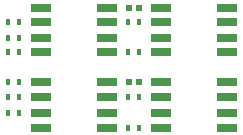
<source format=gtp>
G04 Layer_Color=8421504*
%FSLAX42Y42*%
%MOMM*%
G71*
G01*
G75*
%ADD10R,0.45X0.55*%
%ADD11R,1.78X0.72*%
%ADD12R,0.52X0.52*%
D10*
X399Y952D02*
D03*
X489D02*
D03*
X399Y1080D02*
D03*
X489D02*
D03*
X1415D02*
D03*
X1506D02*
D03*
X399Y826D02*
D03*
X489D02*
D03*
X1415D02*
D03*
X1506D02*
D03*
X399Y445D02*
D03*
X489D02*
D03*
X399Y572D02*
D03*
X489D02*
D03*
X1415Y445D02*
D03*
X1506D02*
D03*
X399Y317D02*
D03*
X489D02*
D03*
X1415Y190D02*
D03*
X1506D02*
D03*
D11*
X2247Y826D02*
D03*
Y952D02*
D03*
Y1080D02*
D03*
Y1206D02*
D03*
X1690Y826D02*
D03*
Y952D02*
D03*
Y1080D02*
D03*
Y1206D02*
D03*
X1231Y826D02*
D03*
Y952D02*
D03*
Y1080D02*
D03*
Y1206D02*
D03*
X674Y826D02*
D03*
Y952D02*
D03*
Y1080D02*
D03*
Y1206D02*
D03*
X2247Y190D02*
D03*
Y317D02*
D03*
Y445D02*
D03*
Y572D02*
D03*
X1690Y190D02*
D03*
Y317D02*
D03*
Y445D02*
D03*
Y572D02*
D03*
X1231Y190D02*
D03*
Y317D02*
D03*
Y445D02*
D03*
Y572D02*
D03*
X674Y190D02*
D03*
Y317D02*
D03*
Y445D02*
D03*
Y572D02*
D03*
D12*
X1501Y1206D02*
D03*
X1420D02*
D03*
X1501Y572D02*
D03*
X1420D02*
D03*
M02*

</source>
